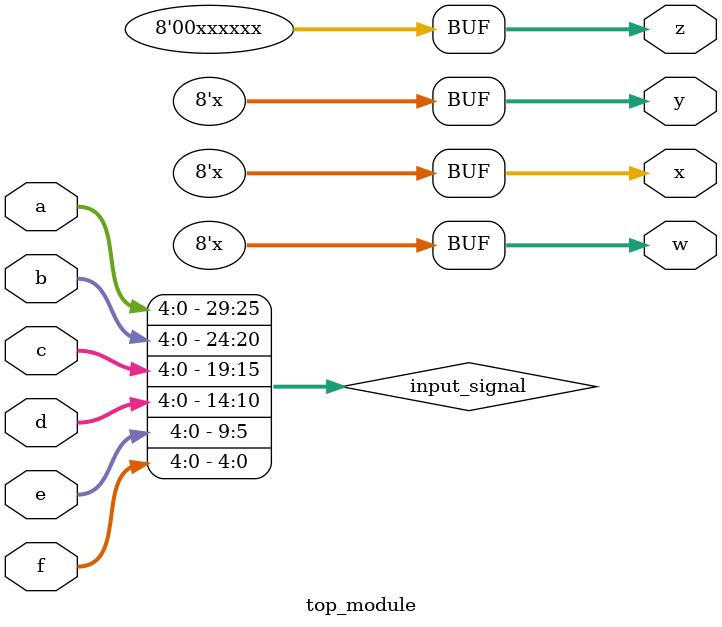
<source format=v>
module top_module(
    input [4:0] a, b, c, d, e, f,
    output [7:0] w, x, y, z
);

wire [29:0] input_signal;
assign input_signal = {a, b, c, d, e, f};

assign w = input_signals[7:0];       
assign x = input_signals[15:8];      
assign y = input_signals[23:16];     
assign z = input_signals[29:24];

endmodule
</source>
